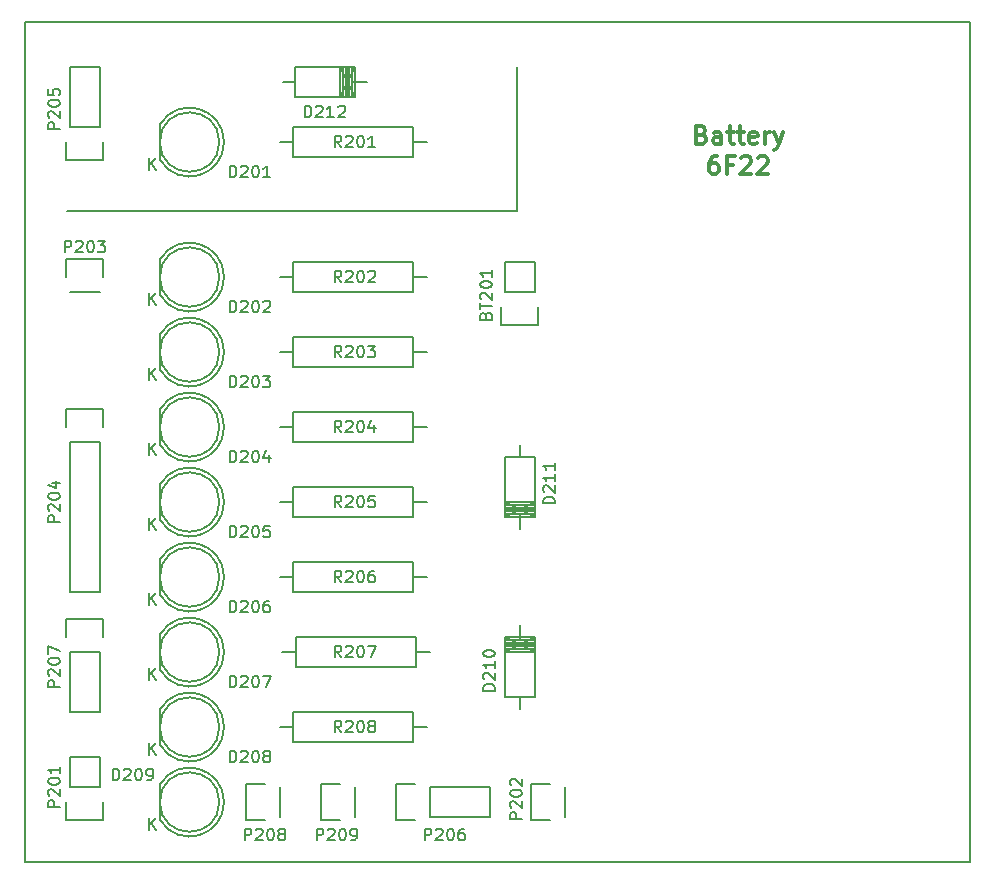
<source format=gbr>
G04 #@! TF.GenerationSoftware,KiCad,Pcbnew,5.1.5+dfsg1-2build2*
G04 #@! TF.CreationDate,2024-04-23T22:37:31+02:00*
G04 #@! TF.ProjectId,display,64697370-6c61-4792-9e6b-696361645f70,231006*
G04 #@! TF.SameCoordinates,Original*
G04 #@! TF.FileFunction,Legend,Top*
G04 #@! TF.FilePolarity,Positive*
%FSLAX46Y46*%
G04 Gerber Fmt 4.6, Leading zero omitted, Abs format (unit mm)*
G04 Created by KiCad (PCBNEW 5.1.5+dfsg1-2build2) date 2024-04-23 22:37:31*
%MOMM*%
%LPD*%
G04 APERTURE LIST*
%ADD10C,0.300000*%
%ADD11C,0.200000*%
%ADD12C,0.150000*%
G04 APERTURE END LIST*
D10*
X162500857Y-67705857D02*
X162715142Y-67777285D01*
X162786571Y-67848714D01*
X162858000Y-67991571D01*
X162858000Y-68205857D01*
X162786571Y-68348714D01*
X162715142Y-68420142D01*
X162572285Y-68491571D01*
X162000857Y-68491571D01*
X162000857Y-66991571D01*
X162500857Y-66991571D01*
X162643714Y-67063000D01*
X162715142Y-67134428D01*
X162786571Y-67277285D01*
X162786571Y-67420142D01*
X162715142Y-67563000D01*
X162643714Y-67634428D01*
X162500857Y-67705857D01*
X162000857Y-67705857D01*
X164143714Y-68491571D02*
X164143714Y-67705857D01*
X164072285Y-67563000D01*
X163929428Y-67491571D01*
X163643714Y-67491571D01*
X163500857Y-67563000D01*
X164143714Y-68420142D02*
X164000857Y-68491571D01*
X163643714Y-68491571D01*
X163500857Y-68420142D01*
X163429428Y-68277285D01*
X163429428Y-68134428D01*
X163500857Y-67991571D01*
X163643714Y-67920142D01*
X164000857Y-67920142D01*
X164143714Y-67848714D01*
X164643714Y-67491571D02*
X165215142Y-67491571D01*
X164858000Y-66991571D02*
X164858000Y-68277285D01*
X164929428Y-68420142D01*
X165072285Y-68491571D01*
X165215142Y-68491571D01*
X165500857Y-67491571D02*
X166072285Y-67491571D01*
X165715142Y-66991571D02*
X165715142Y-68277285D01*
X165786571Y-68420142D01*
X165929428Y-68491571D01*
X166072285Y-68491571D01*
X167143714Y-68420142D02*
X167000857Y-68491571D01*
X166715142Y-68491571D01*
X166572285Y-68420142D01*
X166500857Y-68277285D01*
X166500857Y-67705857D01*
X166572285Y-67563000D01*
X166715142Y-67491571D01*
X167000857Y-67491571D01*
X167143714Y-67563000D01*
X167215142Y-67705857D01*
X167215142Y-67848714D01*
X166500857Y-67991571D01*
X167858000Y-68491571D02*
X167858000Y-67491571D01*
X167858000Y-67777285D02*
X167929428Y-67634428D01*
X168000857Y-67563000D01*
X168143714Y-67491571D01*
X168286571Y-67491571D01*
X168643714Y-67491571D02*
X169000857Y-68491571D01*
X169358000Y-67491571D02*
X169000857Y-68491571D01*
X168858000Y-68848714D01*
X168786571Y-68920142D01*
X168643714Y-68991571D01*
X163822285Y-69541571D02*
X163536571Y-69541571D01*
X163393714Y-69613000D01*
X163322285Y-69684428D01*
X163179428Y-69898714D01*
X163108000Y-70184428D01*
X163108000Y-70755857D01*
X163179428Y-70898714D01*
X163250857Y-70970142D01*
X163393714Y-71041571D01*
X163679428Y-71041571D01*
X163822285Y-70970142D01*
X163893714Y-70898714D01*
X163965142Y-70755857D01*
X163965142Y-70398714D01*
X163893714Y-70255857D01*
X163822285Y-70184428D01*
X163679428Y-70113000D01*
X163393714Y-70113000D01*
X163250857Y-70184428D01*
X163179428Y-70255857D01*
X163108000Y-70398714D01*
X165108000Y-70255857D02*
X164608000Y-70255857D01*
X164608000Y-71041571D02*
X164608000Y-69541571D01*
X165322285Y-69541571D01*
X165822285Y-69684428D02*
X165893714Y-69613000D01*
X166036571Y-69541571D01*
X166393714Y-69541571D01*
X166536571Y-69613000D01*
X166608000Y-69684428D01*
X166679428Y-69827285D01*
X166679428Y-69970142D01*
X166608000Y-70184428D01*
X165750857Y-71041571D01*
X166679428Y-71041571D01*
X167250857Y-69684428D02*
X167322285Y-69613000D01*
X167465142Y-69541571D01*
X167822285Y-69541571D01*
X167965142Y-69613000D01*
X168036571Y-69684428D01*
X168108000Y-69827285D01*
X168108000Y-69970142D01*
X168036571Y-70184428D01*
X167179428Y-71041571D01*
X168108000Y-71041571D01*
D11*
X146812000Y-74168000D02*
X146812000Y-61976000D01*
X108712000Y-74168000D02*
X146812000Y-74168000D01*
D12*
X185166000Y-129286000D02*
X148336000Y-129286000D01*
X185166000Y-58166000D02*
X185166000Y-129286000D01*
X105156000Y-58166000D02*
X185166000Y-58166000D01*
X105156000Y-63246000D02*
X105156000Y-58166000D01*
X105156000Y-63246000D02*
X105156000Y-129286000D01*
X105156000Y-129286000D02*
X148336000Y-129286000D01*
X105156000Y-124206000D02*
X105156000Y-129286000D01*
X148616000Y-83846000D02*
X148616000Y-82296000D01*
X148336000Y-78486000D02*
X148336000Y-81026000D01*
X148336000Y-81026000D02*
X145796000Y-81026000D01*
X145516000Y-82296000D02*
X145516000Y-83846000D01*
X145516000Y-83846000D02*
X148616000Y-83846000D01*
X145796000Y-81026000D02*
X145796000Y-78486000D01*
X145796000Y-78486000D02*
X148336000Y-78486000D01*
X116641112Y-69850904D02*
G75*
G03X116626000Y-66826000I2484888J1524904D01*
G01*
X116626000Y-69826000D02*
X116626000Y-66826000D01*
X121643936Y-68326000D02*
G75*
G03X121643936Y-68326000I-2517936J0D01*
G01*
X116641112Y-81280904D02*
G75*
G03X116626000Y-78256000I2484888J1524904D01*
G01*
X116626000Y-81256000D02*
X116626000Y-78256000D01*
X121643936Y-79756000D02*
G75*
G03X121643936Y-79756000I-2517936J0D01*
G01*
X116641112Y-87630904D02*
G75*
G03X116626000Y-84606000I2484888J1524904D01*
G01*
X116626000Y-87606000D02*
X116626000Y-84606000D01*
X121643936Y-86106000D02*
G75*
G03X121643936Y-86106000I-2517936J0D01*
G01*
X116641112Y-93980904D02*
G75*
G03X116626000Y-90956000I2484888J1524904D01*
G01*
X116626000Y-93956000D02*
X116626000Y-90956000D01*
X121643936Y-92456000D02*
G75*
G03X121643936Y-92456000I-2517936J0D01*
G01*
X116641112Y-100330904D02*
G75*
G03X116626000Y-97306000I2484888J1524904D01*
G01*
X116626000Y-100306000D02*
X116626000Y-97306000D01*
X121643936Y-98806000D02*
G75*
G03X121643936Y-98806000I-2517936J0D01*
G01*
X116641112Y-106680904D02*
G75*
G03X116626000Y-103656000I2484888J1524904D01*
G01*
X116626000Y-106656000D02*
X116626000Y-103656000D01*
X121643936Y-105156000D02*
G75*
G03X121643936Y-105156000I-2517936J0D01*
G01*
X116641112Y-113030904D02*
G75*
G03X116626000Y-110006000I2484888J1524904D01*
G01*
X116626000Y-113006000D02*
X116626000Y-110006000D01*
X121643936Y-111506000D02*
G75*
G03X121643936Y-111506000I-2517936J0D01*
G01*
X116641112Y-119380904D02*
G75*
G03X116626000Y-116356000I2484888J1524904D01*
G01*
X116626000Y-119356000D02*
X116626000Y-116356000D01*
X121643936Y-117856000D02*
G75*
G03X121643936Y-117856000I-2517936J0D01*
G01*
X116641112Y-125730904D02*
G75*
G03X116626000Y-122706000I2484888J1524904D01*
G01*
X116626000Y-125706000D02*
X116626000Y-122706000D01*
X121643936Y-124206000D02*
G75*
G03X121643936Y-124206000I-2517936J0D01*
G01*
X147068540Y-115316000D02*
X147068540Y-116332000D01*
X147068540Y-110490000D02*
X147068540Y-109220000D01*
X148338540Y-110744000D02*
X145798540Y-110744000D01*
X148338540Y-110998000D02*
X145798540Y-110998000D01*
X148338540Y-111252000D02*
X145798540Y-111252000D01*
X148338540Y-110490000D02*
X145798540Y-110490000D01*
X148338540Y-111506000D02*
X145798540Y-110236000D01*
X148338540Y-110236000D02*
X145798540Y-111506000D01*
X148338540Y-111506000D02*
X145798540Y-111506000D01*
X148338540Y-110871000D02*
X145798540Y-110871000D01*
X145798540Y-110236000D02*
X148338540Y-110236000D01*
X148338540Y-110236000D02*
X148338540Y-115316000D01*
X148338540Y-115316000D02*
X145798540Y-115316000D01*
X145798540Y-115316000D02*
X145798540Y-110236000D01*
X147063460Y-94996000D02*
X147063460Y-93980000D01*
X147063460Y-99822000D02*
X147063460Y-101092000D01*
X145793460Y-99568000D02*
X148333460Y-99568000D01*
X145793460Y-99314000D02*
X148333460Y-99314000D01*
X145793460Y-99060000D02*
X148333460Y-99060000D01*
X145793460Y-99822000D02*
X148333460Y-99822000D01*
X145793460Y-98806000D02*
X148333460Y-100076000D01*
X145793460Y-100076000D02*
X148333460Y-98806000D01*
X145793460Y-98806000D02*
X148333460Y-98806000D01*
X145793460Y-99441000D02*
X148333460Y-99441000D01*
X148333460Y-100076000D02*
X145793460Y-100076000D01*
X145793460Y-100076000D02*
X145793460Y-94996000D01*
X145793460Y-94996000D02*
X148333460Y-94996000D01*
X148333460Y-94996000D02*
X148333460Y-100076000D01*
X128016000Y-63248540D02*
X127000000Y-63248540D01*
X132842000Y-63248540D02*
X134112000Y-63248540D01*
X132588000Y-64518540D02*
X132588000Y-61978540D01*
X132334000Y-64518540D02*
X132334000Y-61978540D01*
X132080000Y-64518540D02*
X132080000Y-61978540D01*
X132842000Y-64518540D02*
X132842000Y-61978540D01*
X131826000Y-64518540D02*
X133096000Y-61978540D01*
X133096000Y-64518540D02*
X131826000Y-61978540D01*
X131826000Y-64518540D02*
X131826000Y-61978540D01*
X132461000Y-64518540D02*
X132461000Y-61978540D01*
X133096000Y-61978540D02*
X133096000Y-64518540D01*
X133096000Y-64518540D02*
X128016000Y-64518540D01*
X128016000Y-64518540D02*
X128016000Y-61978540D01*
X128016000Y-61978540D02*
X133096000Y-61978540D01*
X111786000Y-125756000D02*
X111786000Y-124206000D01*
X111506000Y-120396000D02*
X111506000Y-122936000D01*
X111506000Y-122936000D02*
X108966000Y-122936000D01*
X108686000Y-124206000D02*
X108686000Y-125756000D01*
X108686000Y-125756000D02*
X111786000Y-125756000D01*
X108966000Y-122936000D02*
X108966000Y-120396000D01*
X108966000Y-120396000D02*
X111506000Y-120396000D01*
X150876000Y-125476000D02*
X150876000Y-122936000D01*
X148056000Y-122656000D02*
X149606000Y-122656000D01*
X148056000Y-122656000D02*
X148056000Y-125756000D01*
X148056000Y-125756000D02*
X149606000Y-125756000D01*
X108966000Y-81026000D02*
X111506000Y-81026000D01*
X111786000Y-78206000D02*
X111786000Y-79756000D01*
X111786000Y-78206000D02*
X108686000Y-78206000D01*
X108686000Y-78206000D02*
X108686000Y-79756000D01*
X108966000Y-93726000D02*
X108966000Y-106426000D01*
X108966000Y-106426000D02*
X111506000Y-106426000D01*
X111506000Y-106426000D02*
X111506000Y-93726000D01*
X108686000Y-90906000D02*
X108686000Y-92456000D01*
X108966000Y-93726000D02*
X111506000Y-93726000D01*
X111786000Y-92456000D02*
X111786000Y-90906000D01*
X111786000Y-90906000D02*
X108686000Y-90906000D01*
X138176000Y-122656000D02*
X136626000Y-122656000D01*
X136626000Y-122656000D02*
X136626000Y-125756000D01*
X136626000Y-125756000D02*
X138176000Y-125756000D01*
X139446000Y-122936000D02*
X144526000Y-122936000D01*
X144526000Y-122936000D02*
X144526000Y-125476000D01*
X144526000Y-125476000D02*
X139446000Y-125476000D01*
X139446000Y-125476000D02*
X139446000Y-122936000D01*
X111786000Y-110236000D02*
X111786000Y-108686000D01*
X111786000Y-108686000D02*
X108686000Y-108686000D01*
X108686000Y-108686000D02*
X108686000Y-110236000D01*
X111506000Y-111506000D02*
X111506000Y-116586000D01*
X111506000Y-116586000D02*
X108966000Y-116586000D01*
X108966000Y-116586000D02*
X108966000Y-111506000D01*
X108966000Y-111506000D02*
X111506000Y-111506000D01*
X126746000Y-125476000D02*
X126746000Y-122936000D01*
X123926000Y-122656000D02*
X125476000Y-122656000D01*
X123926000Y-122656000D02*
X123926000Y-125756000D01*
X123926000Y-125756000D02*
X125476000Y-125756000D01*
X133096000Y-125476000D02*
X133096000Y-122936000D01*
X130276000Y-122656000D02*
X131826000Y-122656000D01*
X130276000Y-122656000D02*
X130276000Y-125756000D01*
X130276000Y-125756000D02*
X131826000Y-125756000D01*
X127896000Y-67056000D02*
X127896000Y-69596000D01*
X127896000Y-69596000D02*
X138056000Y-69596000D01*
X138056000Y-69596000D02*
X138056000Y-67056000D01*
X138056000Y-67056000D02*
X127896000Y-67056000D01*
X139206000Y-68326000D02*
X138056000Y-68326000D01*
X126746000Y-68326000D02*
X127896000Y-68326000D01*
X127896000Y-78486000D02*
X127896000Y-81026000D01*
X127896000Y-81026000D02*
X138056000Y-81026000D01*
X138056000Y-81026000D02*
X138056000Y-78486000D01*
X138056000Y-78486000D02*
X127896000Y-78486000D01*
X139206000Y-79756000D02*
X138056000Y-79756000D01*
X126746000Y-79756000D02*
X127896000Y-79756000D01*
X127896000Y-84836000D02*
X127896000Y-87376000D01*
X127896000Y-87376000D02*
X138056000Y-87376000D01*
X138056000Y-87376000D02*
X138056000Y-84836000D01*
X138056000Y-84836000D02*
X127896000Y-84836000D01*
X139206000Y-86106000D02*
X138056000Y-86106000D01*
X126746000Y-86106000D02*
X127896000Y-86106000D01*
X127896000Y-91186000D02*
X127896000Y-93726000D01*
X127896000Y-93726000D02*
X138056000Y-93726000D01*
X138056000Y-93726000D02*
X138056000Y-91186000D01*
X138056000Y-91186000D02*
X127896000Y-91186000D01*
X139206000Y-92456000D02*
X138056000Y-92456000D01*
X126746000Y-92456000D02*
X127896000Y-92456000D01*
X127896000Y-97536000D02*
X127896000Y-100076000D01*
X127896000Y-100076000D02*
X138056000Y-100076000D01*
X138056000Y-100076000D02*
X138056000Y-97536000D01*
X138056000Y-97536000D02*
X127896000Y-97536000D01*
X139206000Y-98806000D02*
X138056000Y-98806000D01*
X126746000Y-98806000D02*
X127896000Y-98806000D01*
X127896000Y-103886000D02*
X127896000Y-106426000D01*
X127896000Y-106426000D02*
X138056000Y-106426000D01*
X138056000Y-106426000D02*
X138056000Y-103886000D01*
X138056000Y-103886000D02*
X127896000Y-103886000D01*
X139206000Y-105156000D02*
X138056000Y-105156000D01*
X126746000Y-105156000D02*
X127896000Y-105156000D01*
X138296000Y-112776000D02*
X138296000Y-110236000D01*
X138296000Y-110236000D02*
X128136000Y-110236000D01*
X128136000Y-110236000D02*
X128136000Y-112776000D01*
X128136000Y-112776000D02*
X138296000Y-112776000D01*
X126986000Y-111506000D02*
X128136000Y-111506000D01*
X139446000Y-111506000D02*
X138296000Y-111506000D01*
X127896000Y-116586000D02*
X127896000Y-119126000D01*
X127896000Y-119126000D02*
X138056000Y-119126000D01*
X138056000Y-119126000D02*
X138056000Y-116586000D01*
X138056000Y-116586000D02*
X127896000Y-116586000D01*
X139206000Y-117856000D02*
X138056000Y-117856000D01*
X126746000Y-117856000D02*
X127896000Y-117856000D01*
X108686000Y-68326000D02*
X108686000Y-69876000D01*
X108686000Y-69876000D02*
X111786000Y-69876000D01*
X111786000Y-69876000D02*
X111786000Y-68326000D01*
X108966000Y-67056000D02*
X108966000Y-61976000D01*
X108966000Y-61976000D02*
X111506000Y-61976000D01*
X111506000Y-61976000D02*
X111506000Y-67056000D01*
X111506000Y-67056000D02*
X108966000Y-67056000D01*
X144200571Y-83018095D02*
X144248190Y-82875238D01*
X144295809Y-82827619D01*
X144391047Y-82780000D01*
X144533904Y-82780000D01*
X144629142Y-82827619D01*
X144676761Y-82875238D01*
X144724380Y-82970476D01*
X144724380Y-83351428D01*
X143724380Y-83351428D01*
X143724380Y-83018095D01*
X143772000Y-82922857D01*
X143819619Y-82875238D01*
X143914857Y-82827619D01*
X144010095Y-82827619D01*
X144105333Y-82875238D01*
X144152952Y-82922857D01*
X144200571Y-83018095D01*
X144200571Y-83351428D01*
X143724380Y-82494285D02*
X143724380Y-81922857D01*
X144724380Y-82208571D02*
X143724380Y-82208571D01*
X143819619Y-81637142D02*
X143772000Y-81589523D01*
X143724380Y-81494285D01*
X143724380Y-81256190D01*
X143772000Y-81160952D01*
X143819619Y-81113333D01*
X143914857Y-81065714D01*
X144010095Y-81065714D01*
X144152952Y-81113333D01*
X144724380Y-81684761D01*
X144724380Y-81065714D01*
X143724380Y-80446666D02*
X143724380Y-80351428D01*
X143772000Y-80256190D01*
X143819619Y-80208571D01*
X143914857Y-80160952D01*
X144105333Y-80113333D01*
X144343428Y-80113333D01*
X144533904Y-80160952D01*
X144629142Y-80208571D01*
X144676761Y-80256190D01*
X144724380Y-80351428D01*
X144724380Y-80446666D01*
X144676761Y-80541904D01*
X144629142Y-80589523D01*
X144533904Y-80637142D01*
X144343428Y-80684761D01*
X144105333Y-80684761D01*
X143914857Y-80637142D01*
X143819619Y-80589523D01*
X143772000Y-80541904D01*
X143724380Y-80446666D01*
X144724380Y-79160952D02*
X144724380Y-79732380D01*
X144724380Y-79446666D02*
X143724380Y-79446666D01*
X143867238Y-79541904D01*
X143962476Y-79637142D01*
X144010095Y-79732380D01*
X122515523Y-71318380D02*
X122515523Y-70318380D01*
X122753619Y-70318380D01*
X122896476Y-70366000D01*
X122991714Y-70461238D01*
X123039333Y-70556476D01*
X123086952Y-70746952D01*
X123086952Y-70889809D01*
X123039333Y-71080285D01*
X122991714Y-71175523D01*
X122896476Y-71270761D01*
X122753619Y-71318380D01*
X122515523Y-71318380D01*
X123467904Y-70413619D02*
X123515523Y-70366000D01*
X123610761Y-70318380D01*
X123848857Y-70318380D01*
X123944095Y-70366000D01*
X123991714Y-70413619D01*
X124039333Y-70508857D01*
X124039333Y-70604095D01*
X123991714Y-70746952D01*
X123420285Y-71318380D01*
X124039333Y-71318380D01*
X124658380Y-70318380D02*
X124753619Y-70318380D01*
X124848857Y-70366000D01*
X124896476Y-70413619D01*
X124944095Y-70508857D01*
X124991714Y-70699333D01*
X124991714Y-70937428D01*
X124944095Y-71127904D01*
X124896476Y-71223142D01*
X124848857Y-71270761D01*
X124753619Y-71318380D01*
X124658380Y-71318380D01*
X124563142Y-71270761D01*
X124515523Y-71223142D01*
X124467904Y-71127904D01*
X124420285Y-70937428D01*
X124420285Y-70699333D01*
X124467904Y-70508857D01*
X124515523Y-70413619D01*
X124563142Y-70366000D01*
X124658380Y-70318380D01*
X125944095Y-71318380D02*
X125372666Y-71318380D01*
X125658380Y-71318380D02*
X125658380Y-70318380D01*
X125563142Y-70461238D01*
X125467904Y-70556476D01*
X125372666Y-70604095D01*
X115689095Y-70683380D02*
X115689095Y-69683380D01*
X116260523Y-70683380D02*
X115831952Y-70111952D01*
X116260523Y-69683380D02*
X115689095Y-70254809D01*
X122515523Y-82748380D02*
X122515523Y-81748380D01*
X122753619Y-81748380D01*
X122896476Y-81796000D01*
X122991714Y-81891238D01*
X123039333Y-81986476D01*
X123086952Y-82176952D01*
X123086952Y-82319809D01*
X123039333Y-82510285D01*
X122991714Y-82605523D01*
X122896476Y-82700761D01*
X122753619Y-82748380D01*
X122515523Y-82748380D01*
X123467904Y-81843619D02*
X123515523Y-81796000D01*
X123610761Y-81748380D01*
X123848857Y-81748380D01*
X123944095Y-81796000D01*
X123991714Y-81843619D01*
X124039333Y-81938857D01*
X124039333Y-82034095D01*
X123991714Y-82176952D01*
X123420285Y-82748380D01*
X124039333Y-82748380D01*
X124658380Y-81748380D02*
X124753619Y-81748380D01*
X124848857Y-81796000D01*
X124896476Y-81843619D01*
X124944095Y-81938857D01*
X124991714Y-82129333D01*
X124991714Y-82367428D01*
X124944095Y-82557904D01*
X124896476Y-82653142D01*
X124848857Y-82700761D01*
X124753619Y-82748380D01*
X124658380Y-82748380D01*
X124563142Y-82700761D01*
X124515523Y-82653142D01*
X124467904Y-82557904D01*
X124420285Y-82367428D01*
X124420285Y-82129333D01*
X124467904Y-81938857D01*
X124515523Y-81843619D01*
X124563142Y-81796000D01*
X124658380Y-81748380D01*
X125372666Y-81843619D02*
X125420285Y-81796000D01*
X125515523Y-81748380D01*
X125753619Y-81748380D01*
X125848857Y-81796000D01*
X125896476Y-81843619D01*
X125944095Y-81938857D01*
X125944095Y-82034095D01*
X125896476Y-82176952D01*
X125325047Y-82748380D01*
X125944095Y-82748380D01*
X115689095Y-82113380D02*
X115689095Y-81113380D01*
X116260523Y-82113380D02*
X115831952Y-81541952D01*
X116260523Y-81113380D02*
X115689095Y-81684809D01*
X122515523Y-89098380D02*
X122515523Y-88098380D01*
X122753619Y-88098380D01*
X122896476Y-88146000D01*
X122991714Y-88241238D01*
X123039333Y-88336476D01*
X123086952Y-88526952D01*
X123086952Y-88669809D01*
X123039333Y-88860285D01*
X122991714Y-88955523D01*
X122896476Y-89050761D01*
X122753619Y-89098380D01*
X122515523Y-89098380D01*
X123467904Y-88193619D02*
X123515523Y-88146000D01*
X123610761Y-88098380D01*
X123848857Y-88098380D01*
X123944095Y-88146000D01*
X123991714Y-88193619D01*
X124039333Y-88288857D01*
X124039333Y-88384095D01*
X123991714Y-88526952D01*
X123420285Y-89098380D01*
X124039333Y-89098380D01*
X124658380Y-88098380D02*
X124753619Y-88098380D01*
X124848857Y-88146000D01*
X124896476Y-88193619D01*
X124944095Y-88288857D01*
X124991714Y-88479333D01*
X124991714Y-88717428D01*
X124944095Y-88907904D01*
X124896476Y-89003142D01*
X124848857Y-89050761D01*
X124753619Y-89098380D01*
X124658380Y-89098380D01*
X124563142Y-89050761D01*
X124515523Y-89003142D01*
X124467904Y-88907904D01*
X124420285Y-88717428D01*
X124420285Y-88479333D01*
X124467904Y-88288857D01*
X124515523Y-88193619D01*
X124563142Y-88146000D01*
X124658380Y-88098380D01*
X125325047Y-88098380D02*
X125944095Y-88098380D01*
X125610761Y-88479333D01*
X125753619Y-88479333D01*
X125848857Y-88526952D01*
X125896476Y-88574571D01*
X125944095Y-88669809D01*
X125944095Y-88907904D01*
X125896476Y-89003142D01*
X125848857Y-89050761D01*
X125753619Y-89098380D01*
X125467904Y-89098380D01*
X125372666Y-89050761D01*
X125325047Y-89003142D01*
X115689095Y-88463380D02*
X115689095Y-87463380D01*
X116260523Y-88463380D02*
X115831952Y-87891952D01*
X116260523Y-87463380D02*
X115689095Y-88034809D01*
X122515523Y-95448380D02*
X122515523Y-94448380D01*
X122753619Y-94448380D01*
X122896476Y-94496000D01*
X122991714Y-94591238D01*
X123039333Y-94686476D01*
X123086952Y-94876952D01*
X123086952Y-95019809D01*
X123039333Y-95210285D01*
X122991714Y-95305523D01*
X122896476Y-95400761D01*
X122753619Y-95448380D01*
X122515523Y-95448380D01*
X123467904Y-94543619D02*
X123515523Y-94496000D01*
X123610761Y-94448380D01*
X123848857Y-94448380D01*
X123944095Y-94496000D01*
X123991714Y-94543619D01*
X124039333Y-94638857D01*
X124039333Y-94734095D01*
X123991714Y-94876952D01*
X123420285Y-95448380D01*
X124039333Y-95448380D01*
X124658380Y-94448380D02*
X124753619Y-94448380D01*
X124848857Y-94496000D01*
X124896476Y-94543619D01*
X124944095Y-94638857D01*
X124991714Y-94829333D01*
X124991714Y-95067428D01*
X124944095Y-95257904D01*
X124896476Y-95353142D01*
X124848857Y-95400761D01*
X124753619Y-95448380D01*
X124658380Y-95448380D01*
X124563142Y-95400761D01*
X124515523Y-95353142D01*
X124467904Y-95257904D01*
X124420285Y-95067428D01*
X124420285Y-94829333D01*
X124467904Y-94638857D01*
X124515523Y-94543619D01*
X124563142Y-94496000D01*
X124658380Y-94448380D01*
X125848857Y-94781714D02*
X125848857Y-95448380D01*
X125610761Y-94400761D02*
X125372666Y-95115047D01*
X125991714Y-95115047D01*
X115689095Y-94813380D02*
X115689095Y-93813380D01*
X116260523Y-94813380D02*
X115831952Y-94241952D01*
X116260523Y-93813380D02*
X115689095Y-94384809D01*
X122515523Y-101798380D02*
X122515523Y-100798380D01*
X122753619Y-100798380D01*
X122896476Y-100846000D01*
X122991714Y-100941238D01*
X123039333Y-101036476D01*
X123086952Y-101226952D01*
X123086952Y-101369809D01*
X123039333Y-101560285D01*
X122991714Y-101655523D01*
X122896476Y-101750761D01*
X122753619Y-101798380D01*
X122515523Y-101798380D01*
X123467904Y-100893619D02*
X123515523Y-100846000D01*
X123610761Y-100798380D01*
X123848857Y-100798380D01*
X123944095Y-100846000D01*
X123991714Y-100893619D01*
X124039333Y-100988857D01*
X124039333Y-101084095D01*
X123991714Y-101226952D01*
X123420285Y-101798380D01*
X124039333Y-101798380D01*
X124658380Y-100798380D02*
X124753619Y-100798380D01*
X124848857Y-100846000D01*
X124896476Y-100893619D01*
X124944095Y-100988857D01*
X124991714Y-101179333D01*
X124991714Y-101417428D01*
X124944095Y-101607904D01*
X124896476Y-101703142D01*
X124848857Y-101750761D01*
X124753619Y-101798380D01*
X124658380Y-101798380D01*
X124563142Y-101750761D01*
X124515523Y-101703142D01*
X124467904Y-101607904D01*
X124420285Y-101417428D01*
X124420285Y-101179333D01*
X124467904Y-100988857D01*
X124515523Y-100893619D01*
X124563142Y-100846000D01*
X124658380Y-100798380D01*
X125896476Y-100798380D02*
X125420285Y-100798380D01*
X125372666Y-101274571D01*
X125420285Y-101226952D01*
X125515523Y-101179333D01*
X125753619Y-101179333D01*
X125848857Y-101226952D01*
X125896476Y-101274571D01*
X125944095Y-101369809D01*
X125944095Y-101607904D01*
X125896476Y-101703142D01*
X125848857Y-101750761D01*
X125753619Y-101798380D01*
X125515523Y-101798380D01*
X125420285Y-101750761D01*
X125372666Y-101703142D01*
X115689095Y-101163380D02*
X115689095Y-100163380D01*
X116260523Y-101163380D02*
X115831952Y-100591952D01*
X116260523Y-100163380D02*
X115689095Y-100734809D01*
X122515523Y-108148380D02*
X122515523Y-107148380D01*
X122753619Y-107148380D01*
X122896476Y-107196000D01*
X122991714Y-107291238D01*
X123039333Y-107386476D01*
X123086952Y-107576952D01*
X123086952Y-107719809D01*
X123039333Y-107910285D01*
X122991714Y-108005523D01*
X122896476Y-108100761D01*
X122753619Y-108148380D01*
X122515523Y-108148380D01*
X123467904Y-107243619D02*
X123515523Y-107196000D01*
X123610761Y-107148380D01*
X123848857Y-107148380D01*
X123944095Y-107196000D01*
X123991714Y-107243619D01*
X124039333Y-107338857D01*
X124039333Y-107434095D01*
X123991714Y-107576952D01*
X123420285Y-108148380D01*
X124039333Y-108148380D01*
X124658380Y-107148380D02*
X124753619Y-107148380D01*
X124848857Y-107196000D01*
X124896476Y-107243619D01*
X124944095Y-107338857D01*
X124991714Y-107529333D01*
X124991714Y-107767428D01*
X124944095Y-107957904D01*
X124896476Y-108053142D01*
X124848857Y-108100761D01*
X124753619Y-108148380D01*
X124658380Y-108148380D01*
X124563142Y-108100761D01*
X124515523Y-108053142D01*
X124467904Y-107957904D01*
X124420285Y-107767428D01*
X124420285Y-107529333D01*
X124467904Y-107338857D01*
X124515523Y-107243619D01*
X124563142Y-107196000D01*
X124658380Y-107148380D01*
X125848857Y-107148380D02*
X125658380Y-107148380D01*
X125563142Y-107196000D01*
X125515523Y-107243619D01*
X125420285Y-107386476D01*
X125372666Y-107576952D01*
X125372666Y-107957904D01*
X125420285Y-108053142D01*
X125467904Y-108100761D01*
X125563142Y-108148380D01*
X125753619Y-108148380D01*
X125848857Y-108100761D01*
X125896476Y-108053142D01*
X125944095Y-107957904D01*
X125944095Y-107719809D01*
X125896476Y-107624571D01*
X125848857Y-107576952D01*
X125753619Y-107529333D01*
X125563142Y-107529333D01*
X125467904Y-107576952D01*
X125420285Y-107624571D01*
X125372666Y-107719809D01*
X115689095Y-107513380D02*
X115689095Y-106513380D01*
X116260523Y-107513380D02*
X115831952Y-106941952D01*
X116260523Y-106513380D02*
X115689095Y-107084809D01*
X122515523Y-114498380D02*
X122515523Y-113498380D01*
X122753619Y-113498380D01*
X122896476Y-113546000D01*
X122991714Y-113641238D01*
X123039333Y-113736476D01*
X123086952Y-113926952D01*
X123086952Y-114069809D01*
X123039333Y-114260285D01*
X122991714Y-114355523D01*
X122896476Y-114450761D01*
X122753619Y-114498380D01*
X122515523Y-114498380D01*
X123467904Y-113593619D02*
X123515523Y-113546000D01*
X123610761Y-113498380D01*
X123848857Y-113498380D01*
X123944095Y-113546000D01*
X123991714Y-113593619D01*
X124039333Y-113688857D01*
X124039333Y-113784095D01*
X123991714Y-113926952D01*
X123420285Y-114498380D01*
X124039333Y-114498380D01*
X124658380Y-113498380D02*
X124753619Y-113498380D01*
X124848857Y-113546000D01*
X124896476Y-113593619D01*
X124944095Y-113688857D01*
X124991714Y-113879333D01*
X124991714Y-114117428D01*
X124944095Y-114307904D01*
X124896476Y-114403142D01*
X124848857Y-114450761D01*
X124753619Y-114498380D01*
X124658380Y-114498380D01*
X124563142Y-114450761D01*
X124515523Y-114403142D01*
X124467904Y-114307904D01*
X124420285Y-114117428D01*
X124420285Y-113879333D01*
X124467904Y-113688857D01*
X124515523Y-113593619D01*
X124563142Y-113546000D01*
X124658380Y-113498380D01*
X125325047Y-113498380D02*
X125991714Y-113498380D01*
X125563142Y-114498380D01*
X115689095Y-113863380D02*
X115689095Y-112863380D01*
X116260523Y-113863380D02*
X115831952Y-113291952D01*
X116260523Y-112863380D02*
X115689095Y-113434809D01*
X122515523Y-120848380D02*
X122515523Y-119848380D01*
X122753619Y-119848380D01*
X122896476Y-119896000D01*
X122991714Y-119991238D01*
X123039333Y-120086476D01*
X123086952Y-120276952D01*
X123086952Y-120419809D01*
X123039333Y-120610285D01*
X122991714Y-120705523D01*
X122896476Y-120800761D01*
X122753619Y-120848380D01*
X122515523Y-120848380D01*
X123467904Y-119943619D02*
X123515523Y-119896000D01*
X123610761Y-119848380D01*
X123848857Y-119848380D01*
X123944095Y-119896000D01*
X123991714Y-119943619D01*
X124039333Y-120038857D01*
X124039333Y-120134095D01*
X123991714Y-120276952D01*
X123420285Y-120848380D01*
X124039333Y-120848380D01*
X124658380Y-119848380D02*
X124753619Y-119848380D01*
X124848857Y-119896000D01*
X124896476Y-119943619D01*
X124944095Y-120038857D01*
X124991714Y-120229333D01*
X124991714Y-120467428D01*
X124944095Y-120657904D01*
X124896476Y-120753142D01*
X124848857Y-120800761D01*
X124753619Y-120848380D01*
X124658380Y-120848380D01*
X124563142Y-120800761D01*
X124515523Y-120753142D01*
X124467904Y-120657904D01*
X124420285Y-120467428D01*
X124420285Y-120229333D01*
X124467904Y-120038857D01*
X124515523Y-119943619D01*
X124563142Y-119896000D01*
X124658380Y-119848380D01*
X125563142Y-120276952D02*
X125467904Y-120229333D01*
X125420285Y-120181714D01*
X125372666Y-120086476D01*
X125372666Y-120038857D01*
X125420285Y-119943619D01*
X125467904Y-119896000D01*
X125563142Y-119848380D01*
X125753619Y-119848380D01*
X125848857Y-119896000D01*
X125896476Y-119943619D01*
X125944095Y-120038857D01*
X125944095Y-120086476D01*
X125896476Y-120181714D01*
X125848857Y-120229333D01*
X125753619Y-120276952D01*
X125563142Y-120276952D01*
X125467904Y-120324571D01*
X125420285Y-120372190D01*
X125372666Y-120467428D01*
X125372666Y-120657904D01*
X125420285Y-120753142D01*
X125467904Y-120800761D01*
X125563142Y-120848380D01*
X125753619Y-120848380D01*
X125848857Y-120800761D01*
X125896476Y-120753142D01*
X125944095Y-120657904D01*
X125944095Y-120467428D01*
X125896476Y-120372190D01*
X125848857Y-120324571D01*
X125753619Y-120276952D01*
X115689095Y-120213380D02*
X115689095Y-119213380D01*
X116260523Y-120213380D02*
X115831952Y-119641952D01*
X116260523Y-119213380D02*
X115689095Y-119784809D01*
X112609523Y-122372380D02*
X112609523Y-121372380D01*
X112847619Y-121372380D01*
X112990476Y-121420000D01*
X113085714Y-121515238D01*
X113133333Y-121610476D01*
X113180952Y-121800952D01*
X113180952Y-121943809D01*
X113133333Y-122134285D01*
X113085714Y-122229523D01*
X112990476Y-122324761D01*
X112847619Y-122372380D01*
X112609523Y-122372380D01*
X113561904Y-121467619D02*
X113609523Y-121420000D01*
X113704761Y-121372380D01*
X113942857Y-121372380D01*
X114038095Y-121420000D01*
X114085714Y-121467619D01*
X114133333Y-121562857D01*
X114133333Y-121658095D01*
X114085714Y-121800952D01*
X113514285Y-122372380D01*
X114133333Y-122372380D01*
X114752380Y-121372380D02*
X114847619Y-121372380D01*
X114942857Y-121420000D01*
X114990476Y-121467619D01*
X115038095Y-121562857D01*
X115085714Y-121753333D01*
X115085714Y-121991428D01*
X115038095Y-122181904D01*
X114990476Y-122277142D01*
X114942857Y-122324761D01*
X114847619Y-122372380D01*
X114752380Y-122372380D01*
X114657142Y-122324761D01*
X114609523Y-122277142D01*
X114561904Y-122181904D01*
X114514285Y-121991428D01*
X114514285Y-121753333D01*
X114561904Y-121562857D01*
X114609523Y-121467619D01*
X114657142Y-121420000D01*
X114752380Y-121372380D01*
X115561904Y-122372380D02*
X115752380Y-122372380D01*
X115847619Y-122324761D01*
X115895238Y-122277142D01*
X115990476Y-122134285D01*
X116038095Y-121943809D01*
X116038095Y-121562857D01*
X115990476Y-121467619D01*
X115942857Y-121420000D01*
X115847619Y-121372380D01*
X115657142Y-121372380D01*
X115561904Y-121420000D01*
X115514285Y-121467619D01*
X115466666Y-121562857D01*
X115466666Y-121800952D01*
X115514285Y-121896190D01*
X115561904Y-121943809D01*
X115657142Y-121991428D01*
X115847619Y-121991428D01*
X115942857Y-121943809D01*
X115990476Y-121896190D01*
X116038095Y-121800952D01*
X115689095Y-126563380D02*
X115689095Y-125563380D01*
X116260523Y-126563380D02*
X115831952Y-125991952D01*
X116260523Y-125563380D02*
X115689095Y-126134809D01*
X144980920Y-114773816D02*
X143980920Y-114773816D01*
X143980920Y-114535720D01*
X144028540Y-114392863D01*
X144123778Y-114297625D01*
X144219016Y-114250006D01*
X144409492Y-114202387D01*
X144552349Y-114202387D01*
X144742825Y-114250006D01*
X144838063Y-114297625D01*
X144933301Y-114392863D01*
X144980920Y-114535720D01*
X144980920Y-114773816D01*
X144076159Y-113821435D02*
X144028540Y-113773816D01*
X143980920Y-113678578D01*
X143980920Y-113440482D01*
X144028540Y-113345244D01*
X144076159Y-113297625D01*
X144171397Y-113250006D01*
X144266635Y-113250006D01*
X144409492Y-113297625D01*
X144980920Y-113869054D01*
X144980920Y-113250006D01*
X144980920Y-112297625D02*
X144980920Y-112869054D01*
X144980920Y-112583340D02*
X143980920Y-112583340D01*
X144123778Y-112678578D01*
X144219016Y-112773816D01*
X144266635Y-112869054D01*
X143980920Y-111678578D02*
X143980920Y-111583340D01*
X144028540Y-111488101D01*
X144076159Y-111440482D01*
X144171397Y-111392863D01*
X144361873Y-111345244D01*
X144599968Y-111345244D01*
X144790444Y-111392863D01*
X144885682Y-111440482D01*
X144933301Y-111488101D01*
X144980920Y-111583340D01*
X144980920Y-111678578D01*
X144933301Y-111773816D01*
X144885682Y-111821435D01*
X144790444Y-111869054D01*
X144599968Y-111916673D01*
X144361873Y-111916673D01*
X144171397Y-111869054D01*
X144076159Y-111821435D01*
X144028540Y-111773816D01*
X143980920Y-111678578D01*
X150055840Y-98919136D02*
X149055840Y-98919136D01*
X149055840Y-98681040D01*
X149103460Y-98538183D01*
X149198698Y-98442945D01*
X149293936Y-98395326D01*
X149484412Y-98347707D01*
X149627269Y-98347707D01*
X149817745Y-98395326D01*
X149912983Y-98442945D01*
X150008221Y-98538183D01*
X150055840Y-98681040D01*
X150055840Y-98919136D01*
X149151079Y-97966755D02*
X149103460Y-97919136D01*
X149055840Y-97823898D01*
X149055840Y-97585802D01*
X149103460Y-97490564D01*
X149151079Y-97442945D01*
X149246317Y-97395326D01*
X149341555Y-97395326D01*
X149484412Y-97442945D01*
X150055840Y-98014374D01*
X150055840Y-97395326D01*
X150055840Y-96442945D02*
X150055840Y-97014374D01*
X150055840Y-96728660D02*
X149055840Y-96728660D01*
X149198698Y-96823898D01*
X149293936Y-96919136D01*
X149341555Y-97014374D01*
X150055840Y-95490564D02*
X150055840Y-96061993D01*
X150055840Y-95776279D02*
X149055840Y-95776279D01*
X149198698Y-95871517D01*
X149293936Y-95966755D01*
X149341555Y-96061993D01*
X128865523Y-66238380D02*
X128865523Y-65238380D01*
X129103619Y-65238380D01*
X129246476Y-65286000D01*
X129341714Y-65381238D01*
X129389333Y-65476476D01*
X129436952Y-65666952D01*
X129436952Y-65809809D01*
X129389333Y-66000285D01*
X129341714Y-66095523D01*
X129246476Y-66190761D01*
X129103619Y-66238380D01*
X128865523Y-66238380D01*
X129817904Y-65333619D02*
X129865523Y-65286000D01*
X129960761Y-65238380D01*
X130198857Y-65238380D01*
X130294095Y-65286000D01*
X130341714Y-65333619D01*
X130389333Y-65428857D01*
X130389333Y-65524095D01*
X130341714Y-65666952D01*
X129770285Y-66238380D01*
X130389333Y-66238380D01*
X131341714Y-66238380D02*
X130770285Y-66238380D01*
X131056000Y-66238380D02*
X131056000Y-65238380D01*
X130960761Y-65381238D01*
X130865523Y-65476476D01*
X130770285Y-65524095D01*
X131722666Y-65333619D02*
X131770285Y-65286000D01*
X131865523Y-65238380D01*
X132103619Y-65238380D01*
X132198857Y-65286000D01*
X132246476Y-65333619D01*
X132294095Y-65428857D01*
X132294095Y-65524095D01*
X132246476Y-65666952D01*
X131675047Y-66238380D01*
X132294095Y-66238380D01*
X108148380Y-124626476D02*
X107148380Y-124626476D01*
X107148380Y-124245523D01*
X107196000Y-124150285D01*
X107243619Y-124102666D01*
X107338857Y-124055047D01*
X107481714Y-124055047D01*
X107576952Y-124102666D01*
X107624571Y-124150285D01*
X107672190Y-124245523D01*
X107672190Y-124626476D01*
X107243619Y-123674095D02*
X107196000Y-123626476D01*
X107148380Y-123531238D01*
X107148380Y-123293142D01*
X107196000Y-123197904D01*
X107243619Y-123150285D01*
X107338857Y-123102666D01*
X107434095Y-123102666D01*
X107576952Y-123150285D01*
X108148380Y-123721714D01*
X108148380Y-123102666D01*
X107148380Y-122483619D02*
X107148380Y-122388380D01*
X107196000Y-122293142D01*
X107243619Y-122245523D01*
X107338857Y-122197904D01*
X107529333Y-122150285D01*
X107767428Y-122150285D01*
X107957904Y-122197904D01*
X108053142Y-122245523D01*
X108100761Y-122293142D01*
X108148380Y-122388380D01*
X108148380Y-122483619D01*
X108100761Y-122578857D01*
X108053142Y-122626476D01*
X107957904Y-122674095D01*
X107767428Y-122721714D01*
X107529333Y-122721714D01*
X107338857Y-122674095D01*
X107243619Y-122626476D01*
X107196000Y-122578857D01*
X107148380Y-122483619D01*
X108148380Y-121197904D02*
X108148380Y-121769333D01*
X108148380Y-121483619D02*
X107148380Y-121483619D01*
X107291238Y-121578857D01*
X107386476Y-121674095D01*
X107434095Y-121769333D01*
X147264380Y-125642476D02*
X146264380Y-125642476D01*
X146264380Y-125261523D01*
X146312000Y-125166285D01*
X146359619Y-125118666D01*
X146454857Y-125071047D01*
X146597714Y-125071047D01*
X146692952Y-125118666D01*
X146740571Y-125166285D01*
X146788190Y-125261523D01*
X146788190Y-125642476D01*
X146359619Y-124690095D02*
X146312000Y-124642476D01*
X146264380Y-124547238D01*
X146264380Y-124309142D01*
X146312000Y-124213904D01*
X146359619Y-124166285D01*
X146454857Y-124118666D01*
X146550095Y-124118666D01*
X146692952Y-124166285D01*
X147264380Y-124737714D01*
X147264380Y-124118666D01*
X146264380Y-123499619D02*
X146264380Y-123404380D01*
X146312000Y-123309142D01*
X146359619Y-123261523D01*
X146454857Y-123213904D01*
X146645333Y-123166285D01*
X146883428Y-123166285D01*
X147073904Y-123213904D01*
X147169142Y-123261523D01*
X147216761Y-123309142D01*
X147264380Y-123404380D01*
X147264380Y-123499619D01*
X147216761Y-123594857D01*
X147169142Y-123642476D01*
X147073904Y-123690095D01*
X146883428Y-123737714D01*
X146645333Y-123737714D01*
X146454857Y-123690095D01*
X146359619Y-123642476D01*
X146312000Y-123594857D01*
X146264380Y-123499619D01*
X146359619Y-122785333D02*
X146312000Y-122737714D01*
X146264380Y-122642476D01*
X146264380Y-122404380D01*
X146312000Y-122309142D01*
X146359619Y-122261523D01*
X146454857Y-122213904D01*
X146550095Y-122213904D01*
X146692952Y-122261523D01*
X147264380Y-122832952D01*
X147264380Y-122213904D01*
X108545523Y-77668380D02*
X108545523Y-76668380D01*
X108926476Y-76668380D01*
X109021714Y-76716000D01*
X109069333Y-76763619D01*
X109116952Y-76858857D01*
X109116952Y-77001714D01*
X109069333Y-77096952D01*
X109021714Y-77144571D01*
X108926476Y-77192190D01*
X108545523Y-77192190D01*
X109497904Y-76763619D02*
X109545523Y-76716000D01*
X109640761Y-76668380D01*
X109878857Y-76668380D01*
X109974095Y-76716000D01*
X110021714Y-76763619D01*
X110069333Y-76858857D01*
X110069333Y-76954095D01*
X110021714Y-77096952D01*
X109450285Y-77668380D01*
X110069333Y-77668380D01*
X110688380Y-76668380D02*
X110783619Y-76668380D01*
X110878857Y-76716000D01*
X110926476Y-76763619D01*
X110974095Y-76858857D01*
X111021714Y-77049333D01*
X111021714Y-77287428D01*
X110974095Y-77477904D01*
X110926476Y-77573142D01*
X110878857Y-77620761D01*
X110783619Y-77668380D01*
X110688380Y-77668380D01*
X110593142Y-77620761D01*
X110545523Y-77573142D01*
X110497904Y-77477904D01*
X110450285Y-77287428D01*
X110450285Y-77049333D01*
X110497904Y-76858857D01*
X110545523Y-76763619D01*
X110593142Y-76716000D01*
X110688380Y-76668380D01*
X111355047Y-76668380D02*
X111974095Y-76668380D01*
X111640761Y-77049333D01*
X111783619Y-77049333D01*
X111878857Y-77096952D01*
X111926476Y-77144571D01*
X111974095Y-77239809D01*
X111974095Y-77477904D01*
X111926476Y-77573142D01*
X111878857Y-77620761D01*
X111783619Y-77668380D01*
X111497904Y-77668380D01*
X111402666Y-77620761D01*
X111355047Y-77573142D01*
X108148380Y-100496476D02*
X107148380Y-100496476D01*
X107148380Y-100115523D01*
X107196000Y-100020285D01*
X107243619Y-99972666D01*
X107338857Y-99925047D01*
X107481714Y-99925047D01*
X107576952Y-99972666D01*
X107624571Y-100020285D01*
X107672190Y-100115523D01*
X107672190Y-100496476D01*
X107243619Y-99544095D02*
X107196000Y-99496476D01*
X107148380Y-99401238D01*
X107148380Y-99163142D01*
X107196000Y-99067904D01*
X107243619Y-99020285D01*
X107338857Y-98972666D01*
X107434095Y-98972666D01*
X107576952Y-99020285D01*
X108148380Y-99591714D01*
X108148380Y-98972666D01*
X107148380Y-98353619D02*
X107148380Y-98258380D01*
X107196000Y-98163142D01*
X107243619Y-98115523D01*
X107338857Y-98067904D01*
X107529333Y-98020285D01*
X107767428Y-98020285D01*
X107957904Y-98067904D01*
X108053142Y-98115523D01*
X108100761Y-98163142D01*
X108148380Y-98258380D01*
X108148380Y-98353619D01*
X108100761Y-98448857D01*
X108053142Y-98496476D01*
X107957904Y-98544095D01*
X107767428Y-98591714D01*
X107529333Y-98591714D01*
X107338857Y-98544095D01*
X107243619Y-98496476D01*
X107196000Y-98448857D01*
X107148380Y-98353619D01*
X107481714Y-97163142D02*
X108148380Y-97163142D01*
X107100761Y-97401238D02*
X107815047Y-97639333D01*
X107815047Y-97020285D01*
X139025523Y-127452380D02*
X139025523Y-126452380D01*
X139406476Y-126452380D01*
X139501714Y-126500000D01*
X139549333Y-126547619D01*
X139596952Y-126642857D01*
X139596952Y-126785714D01*
X139549333Y-126880952D01*
X139501714Y-126928571D01*
X139406476Y-126976190D01*
X139025523Y-126976190D01*
X139977904Y-126547619D02*
X140025523Y-126500000D01*
X140120761Y-126452380D01*
X140358857Y-126452380D01*
X140454095Y-126500000D01*
X140501714Y-126547619D01*
X140549333Y-126642857D01*
X140549333Y-126738095D01*
X140501714Y-126880952D01*
X139930285Y-127452380D01*
X140549333Y-127452380D01*
X141168380Y-126452380D02*
X141263619Y-126452380D01*
X141358857Y-126500000D01*
X141406476Y-126547619D01*
X141454095Y-126642857D01*
X141501714Y-126833333D01*
X141501714Y-127071428D01*
X141454095Y-127261904D01*
X141406476Y-127357142D01*
X141358857Y-127404761D01*
X141263619Y-127452380D01*
X141168380Y-127452380D01*
X141073142Y-127404761D01*
X141025523Y-127357142D01*
X140977904Y-127261904D01*
X140930285Y-127071428D01*
X140930285Y-126833333D01*
X140977904Y-126642857D01*
X141025523Y-126547619D01*
X141073142Y-126500000D01*
X141168380Y-126452380D01*
X142358857Y-126452380D02*
X142168380Y-126452380D01*
X142073142Y-126500000D01*
X142025523Y-126547619D01*
X141930285Y-126690476D01*
X141882666Y-126880952D01*
X141882666Y-127261904D01*
X141930285Y-127357142D01*
X141977904Y-127404761D01*
X142073142Y-127452380D01*
X142263619Y-127452380D01*
X142358857Y-127404761D01*
X142406476Y-127357142D01*
X142454095Y-127261904D01*
X142454095Y-127023809D01*
X142406476Y-126928571D01*
X142358857Y-126880952D01*
X142263619Y-126833333D01*
X142073142Y-126833333D01*
X141977904Y-126880952D01*
X141930285Y-126928571D01*
X141882666Y-127023809D01*
X108148380Y-114466476D02*
X107148380Y-114466476D01*
X107148380Y-114085523D01*
X107196000Y-113990285D01*
X107243619Y-113942666D01*
X107338857Y-113895047D01*
X107481714Y-113895047D01*
X107576952Y-113942666D01*
X107624571Y-113990285D01*
X107672190Y-114085523D01*
X107672190Y-114466476D01*
X107243619Y-113514095D02*
X107196000Y-113466476D01*
X107148380Y-113371238D01*
X107148380Y-113133142D01*
X107196000Y-113037904D01*
X107243619Y-112990285D01*
X107338857Y-112942666D01*
X107434095Y-112942666D01*
X107576952Y-112990285D01*
X108148380Y-113561714D01*
X108148380Y-112942666D01*
X107148380Y-112323619D02*
X107148380Y-112228380D01*
X107196000Y-112133142D01*
X107243619Y-112085523D01*
X107338857Y-112037904D01*
X107529333Y-111990285D01*
X107767428Y-111990285D01*
X107957904Y-112037904D01*
X108053142Y-112085523D01*
X108100761Y-112133142D01*
X108148380Y-112228380D01*
X108148380Y-112323619D01*
X108100761Y-112418857D01*
X108053142Y-112466476D01*
X107957904Y-112514095D01*
X107767428Y-112561714D01*
X107529333Y-112561714D01*
X107338857Y-112514095D01*
X107243619Y-112466476D01*
X107196000Y-112418857D01*
X107148380Y-112323619D01*
X107148380Y-111656952D02*
X107148380Y-110990285D01*
X108148380Y-111418857D01*
X123785523Y-127452380D02*
X123785523Y-126452380D01*
X124166476Y-126452380D01*
X124261714Y-126500000D01*
X124309333Y-126547619D01*
X124356952Y-126642857D01*
X124356952Y-126785714D01*
X124309333Y-126880952D01*
X124261714Y-126928571D01*
X124166476Y-126976190D01*
X123785523Y-126976190D01*
X124737904Y-126547619D02*
X124785523Y-126500000D01*
X124880761Y-126452380D01*
X125118857Y-126452380D01*
X125214095Y-126500000D01*
X125261714Y-126547619D01*
X125309333Y-126642857D01*
X125309333Y-126738095D01*
X125261714Y-126880952D01*
X124690285Y-127452380D01*
X125309333Y-127452380D01*
X125928380Y-126452380D02*
X126023619Y-126452380D01*
X126118857Y-126500000D01*
X126166476Y-126547619D01*
X126214095Y-126642857D01*
X126261714Y-126833333D01*
X126261714Y-127071428D01*
X126214095Y-127261904D01*
X126166476Y-127357142D01*
X126118857Y-127404761D01*
X126023619Y-127452380D01*
X125928380Y-127452380D01*
X125833142Y-127404761D01*
X125785523Y-127357142D01*
X125737904Y-127261904D01*
X125690285Y-127071428D01*
X125690285Y-126833333D01*
X125737904Y-126642857D01*
X125785523Y-126547619D01*
X125833142Y-126500000D01*
X125928380Y-126452380D01*
X126833142Y-126880952D02*
X126737904Y-126833333D01*
X126690285Y-126785714D01*
X126642666Y-126690476D01*
X126642666Y-126642857D01*
X126690285Y-126547619D01*
X126737904Y-126500000D01*
X126833142Y-126452380D01*
X127023619Y-126452380D01*
X127118857Y-126500000D01*
X127166476Y-126547619D01*
X127214095Y-126642857D01*
X127214095Y-126690476D01*
X127166476Y-126785714D01*
X127118857Y-126833333D01*
X127023619Y-126880952D01*
X126833142Y-126880952D01*
X126737904Y-126928571D01*
X126690285Y-126976190D01*
X126642666Y-127071428D01*
X126642666Y-127261904D01*
X126690285Y-127357142D01*
X126737904Y-127404761D01*
X126833142Y-127452380D01*
X127023619Y-127452380D01*
X127118857Y-127404761D01*
X127166476Y-127357142D01*
X127214095Y-127261904D01*
X127214095Y-127071428D01*
X127166476Y-126976190D01*
X127118857Y-126928571D01*
X127023619Y-126880952D01*
X129881523Y-127452380D02*
X129881523Y-126452380D01*
X130262476Y-126452380D01*
X130357714Y-126500000D01*
X130405333Y-126547619D01*
X130452952Y-126642857D01*
X130452952Y-126785714D01*
X130405333Y-126880952D01*
X130357714Y-126928571D01*
X130262476Y-126976190D01*
X129881523Y-126976190D01*
X130833904Y-126547619D02*
X130881523Y-126500000D01*
X130976761Y-126452380D01*
X131214857Y-126452380D01*
X131310095Y-126500000D01*
X131357714Y-126547619D01*
X131405333Y-126642857D01*
X131405333Y-126738095D01*
X131357714Y-126880952D01*
X130786285Y-127452380D01*
X131405333Y-127452380D01*
X132024380Y-126452380D02*
X132119619Y-126452380D01*
X132214857Y-126500000D01*
X132262476Y-126547619D01*
X132310095Y-126642857D01*
X132357714Y-126833333D01*
X132357714Y-127071428D01*
X132310095Y-127261904D01*
X132262476Y-127357142D01*
X132214857Y-127404761D01*
X132119619Y-127452380D01*
X132024380Y-127452380D01*
X131929142Y-127404761D01*
X131881523Y-127357142D01*
X131833904Y-127261904D01*
X131786285Y-127071428D01*
X131786285Y-126833333D01*
X131833904Y-126642857D01*
X131881523Y-126547619D01*
X131929142Y-126500000D01*
X132024380Y-126452380D01*
X132833904Y-127452380D02*
X133024380Y-127452380D01*
X133119619Y-127404761D01*
X133167238Y-127357142D01*
X133262476Y-127214285D01*
X133310095Y-127023809D01*
X133310095Y-126642857D01*
X133262476Y-126547619D01*
X133214857Y-126500000D01*
X133119619Y-126452380D01*
X132929142Y-126452380D01*
X132833904Y-126500000D01*
X132786285Y-126547619D01*
X132738666Y-126642857D01*
X132738666Y-126880952D01*
X132786285Y-126976190D01*
X132833904Y-127023809D01*
X132929142Y-127071428D01*
X133119619Y-127071428D01*
X133214857Y-127023809D01*
X133262476Y-126976190D01*
X133310095Y-126880952D01*
X131976952Y-68778380D02*
X131643619Y-68302190D01*
X131405523Y-68778380D02*
X131405523Y-67778380D01*
X131786476Y-67778380D01*
X131881714Y-67826000D01*
X131929333Y-67873619D01*
X131976952Y-67968857D01*
X131976952Y-68111714D01*
X131929333Y-68206952D01*
X131881714Y-68254571D01*
X131786476Y-68302190D01*
X131405523Y-68302190D01*
X132357904Y-67873619D02*
X132405523Y-67826000D01*
X132500761Y-67778380D01*
X132738857Y-67778380D01*
X132834095Y-67826000D01*
X132881714Y-67873619D01*
X132929333Y-67968857D01*
X132929333Y-68064095D01*
X132881714Y-68206952D01*
X132310285Y-68778380D01*
X132929333Y-68778380D01*
X133548380Y-67778380D02*
X133643619Y-67778380D01*
X133738857Y-67826000D01*
X133786476Y-67873619D01*
X133834095Y-67968857D01*
X133881714Y-68159333D01*
X133881714Y-68397428D01*
X133834095Y-68587904D01*
X133786476Y-68683142D01*
X133738857Y-68730761D01*
X133643619Y-68778380D01*
X133548380Y-68778380D01*
X133453142Y-68730761D01*
X133405523Y-68683142D01*
X133357904Y-68587904D01*
X133310285Y-68397428D01*
X133310285Y-68159333D01*
X133357904Y-67968857D01*
X133405523Y-67873619D01*
X133453142Y-67826000D01*
X133548380Y-67778380D01*
X134834095Y-68778380D02*
X134262666Y-68778380D01*
X134548380Y-68778380D02*
X134548380Y-67778380D01*
X134453142Y-67921238D01*
X134357904Y-68016476D01*
X134262666Y-68064095D01*
X131976952Y-80208380D02*
X131643619Y-79732190D01*
X131405523Y-80208380D02*
X131405523Y-79208380D01*
X131786476Y-79208380D01*
X131881714Y-79256000D01*
X131929333Y-79303619D01*
X131976952Y-79398857D01*
X131976952Y-79541714D01*
X131929333Y-79636952D01*
X131881714Y-79684571D01*
X131786476Y-79732190D01*
X131405523Y-79732190D01*
X132357904Y-79303619D02*
X132405523Y-79256000D01*
X132500761Y-79208380D01*
X132738857Y-79208380D01*
X132834095Y-79256000D01*
X132881714Y-79303619D01*
X132929333Y-79398857D01*
X132929333Y-79494095D01*
X132881714Y-79636952D01*
X132310285Y-80208380D01*
X132929333Y-80208380D01*
X133548380Y-79208380D02*
X133643619Y-79208380D01*
X133738857Y-79256000D01*
X133786476Y-79303619D01*
X133834095Y-79398857D01*
X133881714Y-79589333D01*
X133881714Y-79827428D01*
X133834095Y-80017904D01*
X133786476Y-80113142D01*
X133738857Y-80160761D01*
X133643619Y-80208380D01*
X133548380Y-80208380D01*
X133453142Y-80160761D01*
X133405523Y-80113142D01*
X133357904Y-80017904D01*
X133310285Y-79827428D01*
X133310285Y-79589333D01*
X133357904Y-79398857D01*
X133405523Y-79303619D01*
X133453142Y-79256000D01*
X133548380Y-79208380D01*
X134262666Y-79303619D02*
X134310285Y-79256000D01*
X134405523Y-79208380D01*
X134643619Y-79208380D01*
X134738857Y-79256000D01*
X134786476Y-79303619D01*
X134834095Y-79398857D01*
X134834095Y-79494095D01*
X134786476Y-79636952D01*
X134215047Y-80208380D01*
X134834095Y-80208380D01*
X131976952Y-86558380D02*
X131643619Y-86082190D01*
X131405523Y-86558380D02*
X131405523Y-85558380D01*
X131786476Y-85558380D01*
X131881714Y-85606000D01*
X131929333Y-85653619D01*
X131976952Y-85748857D01*
X131976952Y-85891714D01*
X131929333Y-85986952D01*
X131881714Y-86034571D01*
X131786476Y-86082190D01*
X131405523Y-86082190D01*
X132357904Y-85653619D02*
X132405523Y-85606000D01*
X132500761Y-85558380D01*
X132738857Y-85558380D01*
X132834095Y-85606000D01*
X132881714Y-85653619D01*
X132929333Y-85748857D01*
X132929333Y-85844095D01*
X132881714Y-85986952D01*
X132310285Y-86558380D01*
X132929333Y-86558380D01*
X133548380Y-85558380D02*
X133643619Y-85558380D01*
X133738857Y-85606000D01*
X133786476Y-85653619D01*
X133834095Y-85748857D01*
X133881714Y-85939333D01*
X133881714Y-86177428D01*
X133834095Y-86367904D01*
X133786476Y-86463142D01*
X133738857Y-86510761D01*
X133643619Y-86558380D01*
X133548380Y-86558380D01*
X133453142Y-86510761D01*
X133405523Y-86463142D01*
X133357904Y-86367904D01*
X133310285Y-86177428D01*
X133310285Y-85939333D01*
X133357904Y-85748857D01*
X133405523Y-85653619D01*
X133453142Y-85606000D01*
X133548380Y-85558380D01*
X134215047Y-85558380D02*
X134834095Y-85558380D01*
X134500761Y-85939333D01*
X134643619Y-85939333D01*
X134738857Y-85986952D01*
X134786476Y-86034571D01*
X134834095Y-86129809D01*
X134834095Y-86367904D01*
X134786476Y-86463142D01*
X134738857Y-86510761D01*
X134643619Y-86558380D01*
X134357904Y-86558380D01*
X134262666Y-86510761D01*
X134215047Y-86463142D01*
X131976952Y-92908380D02*
X131643619Y-92432190D01*
X131405523Y-92908380D02*
X131405523Y-91908380D01*
X131786476Y-91908380D01*
X131881714Y-91956000D01*
X131929333Y-92003619D01*
X131976952Y-92098857D01*
X131976952Y-92241714D01*
X131929333Y-92336952D01*
X131881714Y-92384571D01*
X131786476Y-92432190D01*
X131405523Y-92432190D01*
X132357904Y-92003619D02*
X132405523Y-91956000D01*
X132500761Y-91908380D01*
X132738857Y-91908380D01*
X132834095Y-91956000D01*
X132881714Y-92003619D01*
X132929333Y-92098857D01*
X132929333Y-92194095D01*
X132881714Y-92336952D01*
X132310285Y-92908380D01*
X132929333Y-92908380D01*
X133548380Y-91908380D02*
X133643619Y-91908380D01*
X133738857Y-91956000D01*
X133786476Y-92003619D01*
X133834095Y-92098857D01*
X133881714Y-92289333D01*
X133881714Y-92527428D01*
X133834095Y-92717904D01*
X133786476Y-92813142D01*
X133738857Y-92860761D01*
X133643619Y-92908380D01*
X133548380Y-92908380D01*
X133453142Y-92860761D01*
X133405523Y-92813142D01*
X133357904Y-92717904D01*
X133310285Y-92527428D01*
X133310285Y-92289333D01*
X133357904Y-92098857D01*
X133405523Y-92003619D01*
X133453142Y-91956000D01*
X133548380Y-91908380D01*
X134738857Y-92241714D02*
X134738857Y-92908380D01*
X134500761Y-91860761D02*
X134262666Y-92575047D01*
X134881714Y-92575047D01*
X131976952Y-99258380D02*
X131643619Y-98782190D01*
X131405523Y-99258380D02*
X131405523Y-98258380D01*
X131786476Y-98258380D01*
X131881714Y-98306000D01*
X131929333Y-98353619D01*
X131976952Y-98448857D01*
X131976952Y-98591714D01*
X131929333Y-98686952D01*
X131881714Y-98734571D01*
X131786476Y-98782190D01*
X131405523Y-98782190D01*
X132357904Y-98353619D02*
X132405523Y-98306000D01*
X132500761Y-98258380D01*
X132738857Y-98258380D01*
X132834095Y-98306000D01*
X132881714Y-98353619D01*
X132929333Y-98448857D01*
X132929333Y-98544095D01*
X132881714Y-98686952D01*
X132310285Y-99258380D01*
X132929333Y-99258380D01*
X133548380Y-98258380D02*
X133643619Y-98258380D01*
X133738857Y-98306000D01*
X133786476Y-98353619D01*
X133834095Y-98448857D01*
X133881714Y-98639333D01*
X133881714Y-98877428D01*
X133834095Y-99067904D01*
X133786476Y-99163142D01*
X133738857Y-99210761D01*
X133643619Y-99258380D01*
X133548380Y-99258380D01*
X133453142Y-99210761D01*
X133405523Y-99163142D01*
X133357904Y-99067904D01*
X133310285Y-98877428D01*
X133310285Y-98639333D01*
X133357904Y-98448857D01*
X133405523Y-98353619D01*
X133453142Y-98306000D01*
X133548380Y-98258380D01*
X134786476Y-98258380D02*
X134310285Y-98258380D01*
X134262666Y-98734571D01*
X134310285Y-98686952D01*
X134405523Y-98639333D01*
X134643619Y-98639333D01*
X134738857Y-98686952D01*
X134786476Y-98734571D01*
X134834095Y-98829809D01*
X134834095Y-99067904D01*
X134786476Y-99163142D01*
X134738857Y-99210761D01*
X134643619Y-99258380D01*
X134405523Y-99258380D01*
X134310285Y-99210761D01*
X134262666Y-99163142D01*
X131976952Y-105608380D02*
X131643619Y-105132190D01*
X131405523Y-105608380D02*
X131405523Y-104608380D01*
X131786476Y-104608380D01*
X131881714Y-104656000D01*
X131929333Y-104703619D01*
X131976952Y-104798857D01*
X131976952Y-104941714D01*
X131929333Y-105036952D01*
X131881714Y-105084571D01*
X131786476Y-105132190D01*
X131405523Y-105132190D01*
X132357904Y-104703619D02*
X132405523Y-104656000D01*
X132500761Y-104608380D01*
X132738857Y-104608380D01*
X132834095Y-104656000D01*
X132881714Y-104703619D01*
X132929333Y-104798857D01*
X132929333Y-104894095D01*
X132881714Y-105036952D01*
X132310285Y-105608380D01*
X132929333Y-105608380D01*
X133548380Y-104608380D02*
X133643619Y-104608380D01*
X133738857Y-104656000D01*
X133786476Y-104703619D01*
X133834095Y-104798857D01*
X133881714Y-104989333D01*
X133881714Y-105227428D01*
X133834095Y-105417904D01*
X133786476Y-105513142D01*
X133738857Y-105560761D01*
X133643619Y-105608380D01*
X133548380Y-105608380D01*
X133453142Y-105560761D01*
X133405523Y-105513142D01*
X133357904Y-105417904D01*
X133310285Y-105227428D01*
X133310285Y-104989333D01*
X133357904Y-104798857D01*
X133405523Y-104703619D01*
X133453142Y-104656000D01*
X133548380Y-104608380D01*
X134738857Y-104608380D02*
X134548380Y-104608380D01*
X134453142Y-104656000D01*
X134405523Y-104703619D01*
X134310285Y-104846476D01*
X134262666Y-105036952D01*
X134262666Y-105417904D01*
X134310285Y-105513142D01*
X134357904Y-105560761D01*
X134453142Y-105608380D01*
X134643619Y-105608380D01*
X134738857Y-105560761D01*
X134786476Y-105513142D01*
X134834095Y-105417904D01*
X134834095Y-105179809D01*
X134786476Y-105084571D01*
X134738857Y-105036952D01*
X134643619Y-104989333D01*
X134453142Y-104989333D01*
X134357904Y-105036952D01*
X134310285Y-105084571D01*
X134262666Y-105179809D01*
X131976952Y-111958380D02*
X131643619Y-111482190D01*
X131405523Y-111958380D02*
X131405523Y-110958380D01*
X131786476Y-110958380D01*
X131881714Y-111006000D01*
X131929333Y-111053619D01*
X131976952Y-111148857D01*
X131976952Y-111291714D01*
X131929333Y-111386952D01*
X131881714Y-111434571D01*
X131786476Y-111482190D01*
X131405523Y-111482190D01*
X132357904Y-111053619D02*
X132405523Y-111006000D01*
X132500761Y-110958380D01*
X132738857Y-110958380D01*
X132834095Y-111006000D01*
X132881714Y-111053619D01*
X132929333Y-111148857D01*
X132929333Y-111244095D01*
X132881714Y-111386952D01*
X132310285Y-111958380D01*
X132929333Y-111958380D01*
X133548380Y-110958380D02*
X133643619Y-110958380D01*
X133738857Y-111006000D01*
X133786476Y-111053619D01*
X133834095Y-111148857D01*
X133881714Y-111339333D01*
X133881714Y-111577428D01*
X133834095Y-111767904D01*
X133786476Y-111863142D01*
X133738857Y-111910761D01*
X133643619Y-111958380D01*
X133548380Y-111958380D01*
X133453142Y-111910761D01*
X133405523Y-111863142D01*
X133357904Y-111767904D01*
X133310285Y-111577428D01*
X133310285Y-111339333D01*
X133357904Y-111148857D01*
X133405523Y-111053619D01*
X133453142Y-111006000D01*
X133548380Y-110958380D01*
X134215047Y-110958380D02*
X134881714Y-110958380D01*
X134453142Y-111958380D01*
X131976952Y-118308380D02*
X131643619Y-117832190D01*
X131405523Y-118308380D02*
X131405523Y-117308380D01*
X131786476Y-117308380D01*
X131881714Y-117356000D01*
X131929333Y-117403619D01*
X131976952Y-117498857D01*
X131976952Y-117641714D01*
X131929333Y-117736952D01*
X131881714Y-117784571D01*
X131786476Y-117832190D01*
X131405523Y-117832190D01*
X132357904Y-117403619D02*
X132405523Y-117356000D01*
X132500761Y-117308380D01*
X132738857Y-117308380D01*
X132834095Y-117356000D01*
X132881714Y-117403619D01*
X132929333Y-117498857D01*
X132929333Y-117594095D01*
X132881714Y-117736952D01*
X132310285Y-118308380D01*
X132929333Y-118308380D01*
X133548380Y-117308380D02*
X133643619Y-117308380D01*
X133738857Y-117356000D01*
X133786476Y-117403619D01*
X133834095Y-117498857D01*
X133881714Y-117689333D01*
X133881714Y-117927428D01*
X133834095Y-118117904D01*
X133786476Y-118213142D01*
X133738857Y-118260761D01*
X133643619Y-118308380D01*
X133548380Y-118308380D01*
X133453142Y-118260761D01*
X133405523Y-118213142D01*
X133357904Y-118117904D01*
X133310285Y-117927428D01*
X133310285Y-117689333D01*
X133357904Y-117498857D01*
X133405523Y-117403619D01*
X133453142Y-117356000D01*
X133548380Y-117308380D01*
X134453142Y-117736952D02*
X134357904Y-117689333D01*
X134310285Y-117641714D01*
X134262666Y-117546476D01*
X134262666Y-117498857D01*
X134310285Y-117403619D01*
X134357904Y-117356000D01*
X134453142Y-117308380D01*
X134643619Y-117308380D01*
X134738857Y-117356000D01*
X134786476Y-117403619D01*
X134834095Y-117498857D01*
X134834095Y-117546476D01*
X134786476Y-117641714D01*
X134738857Y-117689333D01*
X134643619Y-117736952D01*
X134453142Y-117736952D01*
X134357904Y-117784571D01*
X134310285Y-117832190D01*
X134262666Y-117927428D01*
X134262666Y-118117904D01*
X134310285Y-118213142D01*
X134357904Y-118260761D01*
X134453142Y-118308380D01*
X134643619Y-118308380D01*
X134738857Y-118260761D01*
X134786476Y-118213142D01*
X134834095Y-118117904D01*
X134834095Y-117927428D01*
X134786476Y-117832190D01*
X134738857Y-117784571D01*
X134643619Y-117736952D01*
X108148380Y-67222476D02*
X107148380Y-67222476D01*
X107148380Y-66841523D01*
X107196000Y-66746285D01*
X107243619Y-66698666D01*
X107338857Y-66651047D01*
X107481714Y-66651047D01*
X107576952Y-66698666D01*
X107624571Y-66746285D01*
X107672190Y-66841523D01*
X107672190Y-67222476D01*
X107243619Y-66270095D02*
X107196000Y-66222476D01*
X107148380Y-66127238D01*
X107148380Y-65889142D01*
X107196000Y-65793904D01*
X107243619Y-65746285D01*
X107338857Y-65698666D01*
X107434095Y-65698666D01*
X107576952Y-65746285D01*
X108148380Y-66317714D01*
X108148380Y-65698666D01*
X107148380Y-65079619D02*
X107148380Y-64984380D01*
X107196000Y-64889142D01*
X107243619Y-64841523D01*
X107338857Y-64793904D01*
X107529333Y-64746285D01*
X107767428Y-64746285D01*
X107957904Y-64793904D01*
X108053142Y-64841523D01*
X108100761Y-64889142D01*
X108148380Y-64984380D01*
X108148380Y-65079619D01*
X108100761Y-65174857D01*
X108053142Y-65222476D01*
X107957904Y-65270095D01*
X107767428Y-65317714D01*
X107529333Y-65317714D01*
X107338857Y-65270095D01*
X107243619Y-65222476D01*
X107196000Y-65174857D01*
X107148380Y-65079619D01*
X107148380Y-63841523D02*
X107148380Y-64317714D01*
X107624571Y-64365333D01*
X107576952Y-64317714D01*
X107529333Y-64222476D01*
X107529333Y-63984380D01*
X107576952Y-63889142D01*
X107624571Y-63841523D01*
X107719809Y-63793904D01*
X107957904Y-63793904D01*
X108053142Y-63841523D01*
X108100761Y-63889142D01*
X108148380Y-63984380D01*
X108148380Y-64222476D01*
X108100761Y-64317714D01*
X108053142Y-64365333D01*
M02*

</source>
